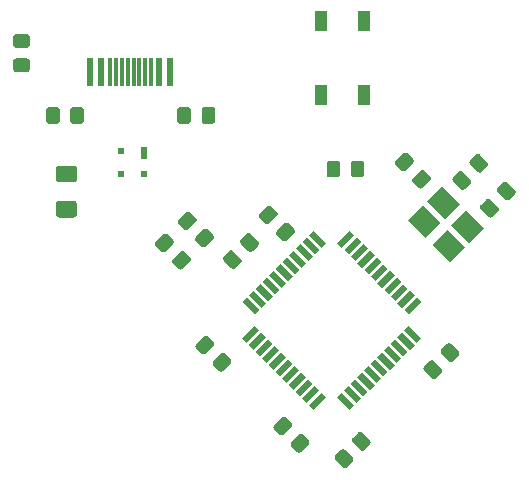
<source format=gbr>
G04 #@! TF.GenerationSoftware,KiCad,Pcbnew,(5.1.5)-3*
G04 #@! TF.CreationDate,2021-05-08T00:02:10-05:00*
G04 #@! TF.ProjectId,MacroPad,4d616372-6f50-4616-942e-6b696361645f,rev?*
G04 #@! TF.SameCoordinates,Original*
G04 #@! TF.FileFunction,Paste,Bot*
G04 #@! TF.FilePolarity,Positive*
%FSLAX46Y46*%
G04 Gerber Fmt 4.6, Leading zero omitted, Abs format (unit mm)*
G04 Created by KiCad (PCBNEW (5.1.5)-3) date 2021-05-08 00:02:10*
%MOMM*%
%LPD*%
G04 APERTURE LIST*
%ADD10C,0.100000*%
%ADD11R,0.600000X2.450000*%
%ADD12R,0.300000X2.450000*%
%ADD13R,0.600000X0.600000*%
%ADD14R,0.600000X1.000000*%
%ADD15R,1.100000X1.800000*%
G04 APERTURE END LIST*
D10*
G36*
X117695505Y-50471204D02*
G01*
X117719773Y-50474804D01*
X117743572Y-50480765D01*
X117766671Y-50489030D01*
X117788850Y-50499520D01*
X117809893Y-50512132D01*
X117829599Y-50526747D01*
X117847777Y-50543223D01*
X117864253Y-50561401D01*
X117878868Y-50581107D01*
X117891480Y-50602150D01*
X117901970Y-50624329D01*
X117910235Y-50647428D01*
X117916196Y-50671227D01*
X117919796Y-50695495D01*
X117921000Y-50719999D01*
X117921000Y-51370001D01*
X117919796Y-51394505D01*
X117916196Y-51418773D01*
X117910235Y-51442572D01*
X117901970Y-51465671D01*
X117891480Y-51487850D01*
X117878868Y-51508893D01*
X117864253Y-51528599D01*
X117847777Y-51546777D01*
X117829599Y-51563253D01*
X117809893Y-51577868D01*
X117788850Y-51590480D01*
X117766671Y-51600970D01*
X117743572Y-51609235D01*
X117719773Y-51615196D01*
X117695505Y-51618796D01*
X117671001Y-51620000D01*
X116770999Y-51620000D01*
X116746495Y-51618796D01*
X116722227Y-51615196D01*
X116698428Y-51609235D01*
X116675329Y-51600970D01*
X116653150Y-51590480D01*
X116632107Y-51577868D01*
X116612401Y-51563253D01*
X116594223Y-51546777D01*
X116577747Y-51528599D01*
X116563132Y-51508893D01*
X116550520Y-51487850D01*
X116540030Y-51465671D01*
X116531765Y-51442572D01*
X116525804Y-51418773D01*
X116522204Y-51394505D01*
X116521000Y-51370001D01*
X116521000Y-50719999D01*
X116522204Y-50695495D01*
X116525804Y-50671227D01*
X116531765Y-50647428D01*
X116540030Y-50624329D01*
X116550520Y-50602150D01*
X116563132Y-50581107D01*
X116577747Y-50561401D01*
X116594223Y-50543223D01*
X116612401Y-50526747D01*
X116632107Y-50512132D01*
X116653150Y-50499520D01*
X116675329Y-50489030D01*
X116698428Y-50480765D01*
X116722227Y-50474804D01*
X116746495Y-50471204D01*
X116770999Y-50470000D01*
X117671001Y-50470000D01*
X117695505Y-50471204D01*
G37*
G36*
X117695505Y-52521204D02*
G01*
X117719773Y-52524804D01*
X117743572Y-52530765D01*
X117766671Y-52539030D01*
X117788850Y-52549520D01*
X117809893Y-52562132D01*
X117829599Y-52576747D01*
X117847777Y-52593223D01*
X117864253Y-52611401D01*
X117878868Y-52631107D01*
X117891480Y-52652150D01*
X117901970Y-52674329D01*
X117910235Y-52697428D01*
X117916196Y-52721227D01*
X117919796Y-52745495D01*
X117921000Y-52769999D01*
X117921000Y-53420001D01*
X117919796Y-53444505D01*
X117916196Y-53468773D01*
X117910235Y-53492572D01*
X117901970Y-53515671D01*
X117891480Y-53537850D01*
X117878868Y-53558893D01*
X117864253Y-53578599D01*
X117847777Y-53596777D01*
X117829599Y-53613253D01*
X117809893Y-53627868D01*
X117788850Y-53640480D01*
X117766671Y-53650970D01*
X117743572Y-53659235D01*
X117719773Y-53665196D01*
X117695505Y-53668796D01*
X117671001Y-53670000D01*
X116770999Y-53670000D01*
X116746495Y-53668796D01*
X116722227Y-53665196D01*
X116698428Y-53659235D01*
X116675329Y-53650970D01*
X116653150Y-53640480D01*
X116632107Y-53627868D01*
X116612401Y-53613253D01*
X116594223Y-53596777D01*
X116577747Y-53578599D01*
X116563132Y-53558893D01*
X116550520Y-53537850D01*
X116540030Y-53515671D01*
X116531765Y-53492572D01*
X116525804Y-53468773D01*
X116522204Y-53444505D01*
X116521000Y-53420001D01*
X116521000Y-52769999D01*
X116522204Y-52745495D01*
X116525804Y-52721227D01*
X116531765Y-52697428D01*
X116540030Y-52674329D01*
X116550520Y-52652150D01*
X116563132Y-52631107D01*
X116577747Y-52611401D01*
X116594223Y-52593223D01*
X116612401Y-52576747D01*
X116632107Y-52562132D01*
X116653150Y-52549520D01*
X116675329Y-52539030D01*
X116698428Y-52530765D01*
X116722227Y-52524804D01*
X116746495Y-52521204D01*
X116770999Y-52520000D01*
X117671001Y-52520000D01*
X117695505Y-52521204D01*
G37*
D11*
X129794000Y-53625750D03*
X123063000Y-53625750D03*
X128905000Y-53625750D03*
X123952000Y-53625750D03*
D12*
X124710250Y-53629250D03*
X128210250Y-53629250D03*
X125210250Y-53629250D03*
X127710250Y-53629250D03*
X125710250Y-53629250D03*
X127210250Y-53629250D03*
X126710250Y-53629250D03*
X126210250Y-53629250D03*
D10*
G36*
X156363119Y-66873682D02*
G01*
X155090327Y-68146474D01*
X153605403Y-66661550D01*
X154878195Y-65388758D01*
X156363119Y-66873682D01*
G37*
G36*
X154312509Y-64823072D02*
G01*
X153039717Y-66095864D01*
X151554793Y-64610940D01*
X152827585Y-63338148D01*
X154312509Y-64823072D01*
G37*
G36*
X152686163Y-66449418D02*
G01*
X151413371Y-67722210D01*
X149928447Y-66237286D01*
X151201239Y-64964494D01*
X152686163Y-66449418D01*
G37*
G36*
X154736773Y-68500028D02*
G01*
X153463981Y-69772820D01*
X151979057Y-68287896D01*
X153251849Y-67015104D01*
X154736773Y-68500028D01*
G37*
D13*
X125669000Y-60359250D03*
X125669000Y-62259250D03*
X127569000Y-62259250D03*
D14*
X127569000Y-60559250D03*
D10*
G36*
X135904763Y-73131292D02*
G01*
X136293671Y-72742384D01*
X137354331Y-73803044D01*
X136965423Y-74191952D01*
X135904763Y-73131292D01*
G37*
G36*
X136470449Y-72565607D02*
G01*
X136859357Y-72176699D01*
X137920017Y-73237359D01*
X137531109Y-73626267D01*
X136470449Y-72565607D01*
G37*
G36*
X137036134Y-71999922D02*
G01*
X137425042Y-71611014D01*
X138485702Y-72671674D01*
X138096794Y-73060582D01*
X137036134Y-71999922D01*
G37*
G36*
X137601819Y-71434236D02*
G01*
X137990727Y-71045328D01*
X139051387Y-72105988D01*
X138662479Y-72494896D01*
X137601819Y-71434236D01*
G37*
G36*
X138167505Y-70868551D02*
G01*
X138556413Y-70479643D01*
X139617073Y-71540303D01*
X139228165Y-71929211D01*
X138167505Y-70868551D01*
G37*
G36*
X138733190Y-70302865D02*
G01*
X139122098Y-69913957D01*
X140182758Y-70974617D01*
X139793850Y-71363525D01*
X138733190Y-70302865D01*
G37*
G36*
X139298876Y-69737180D02*
G01*
X139687784Y-69348272D01*
X140748444Y-70408932D01*
X140359536Y-70797840D01*
X139298876Y-69737180D01*
G37*
G36*
X139864561Y-69171494D02*
G01*
X140253469Y-68782586D01*
X141314129Y-69843246D01*
X140925221Y-70232154D01*
X139864561Y-69171494D01*
G37*
G36*
X140430247Y-68605809D02*
G01*
X140819155Y-68216901D01*
X141879815Y-69277561D01*
X141490907Y-69666469D01*
X140430247Y-68605809D01*
G37*
G36*
X140995932Y-68040124D02*
G01*
X141384840Y-67651216D01*
X142445500Y-68711876D01*
X142056592Y-69100784D01*
X140995932Y-68040124D01*
G37*
G36*
X141561617Y-67474438D02*
G01*
X141950525Y-67085530D01*
X143011185Y-68146190D01*
X142622277Y-68535098D01*
X141561617Y-67474438D01*
G37*
G36*
X145026441Y-67085530D02*
G01*
X145415349Y-67474438D01*
X144354689Y-68535098D01*
X143965781Y-68146190D01*
X145026441Y-67085530D01*
G37*
G36*
X145592126Y-67651216D02*
G01*
X145981034Y-68040124D01*
X144920374Y-69100784D01*
X144531466Y-68711876D01*
X145592126Y-67651216D01*
G37*
G36*
X146157811Y-68216901D02*
G01*
X146546719Y-68605809D01*
X145486059Y-69666469D01*
X145097151Y-69277561D01*
X146157811Y-68216901D01*
G37*
G36*
X146723497Y-68782586D02*
G01*
X147112405Y-69171494D01*
X146051745Y-70232154D01*
X145662837Y-69843246D01*
X146723497Y-68782586D01*
G37*
G36*
X147289182Y-69348272D02*
G01*
X147678090Y-69737180D01*
X146617430Y-70797840D01*
X146228522Y-70408932D01*
X147289182Y-69348272D01*
G37*
G36*
X147854868Y-69913957D02*
G01*
X148243776Y-70302865D01*
X147183116Y-71363525D01*
X146794208Y-70974617D01*
X147854868Y-69913957D01*
G37*
G36*
X148420553Y-70479643D02*
G01*
X148809461Y-70868551D01*
X147748801Y-71929211D01*
X147359893Y-71540303D01*
X148420553Y-70479643D01*
G37*
G36*
X148986239Y-71045328D02*
G01*
X149375147Y-71434236D01*
X148314487Y-72494896D01*
X147925579Y-72105988D01*
X148986239Y-71045328D01*
G37*
G36*
X149551924Y-71611014D02*
G01*
X149940832Y-71999922D01*
X148880172Y-73060582D01*
X148491264Y-72671674D01*
X149551924Y-71611014D01*
G37*
G36*
X150117609Y-72176699D02*
G01*
X150506517Y-72565607D01*
X149445857Y-73626267D01*
X149056949Y-73237359D01*
X150117609Y-72176699D01*
G37*
G36*
X150683295Y-72742384D02*
G01*
X151072203Y-73131292D01*
X150011543Y-74191952D01*
X149622635Y-73803044D01*
X150683295Y-72742384D01*
G37*
G36*
X149622635Y-75535456D02*
G01*
X150011543Y-75146548D01*
X151072203Y-76207208D01*
X150683295Y-76596116D01*
X149622635Y-75535456D01*
G37*
G36*
X149056949Y-76101141D02*
G01*
X149445857Y-75712233D01*
X150506517Y-76772893D01*
X150117609Y-77161801D01*
X149056949Y-76101141D01*
G37*
G36*
X148491264Y-76666826D02*
G01*
X148880172Y-76277918D01*
X149940832Y-77338578D01*
X149551924Y-77727486D01*
X148491264Y-76666826D01*
G37*
G36*
X147925579Y-77232512D02*
G01*
X148314487Y-76843604D01*
X149375147Y-77904264D01*
X148986239Y-78293172D01*
X147925579Y-77232512D01*
G37*
G36*
X147359893Y-77798197D02*
G01*
X147748801Y-77409289D01*
X148809461Y-78469949D01*
X148420553Y-78858857D01*
X147359893Y-77798197D01*
G37*
G36*
X146794208Y-78363883D02*
G01*
X147183116Y-77974975D01*
X148243776Y-79035635D01*
X147854868Y-79424543D01*
X146794208Y-78363883D01*
G37*
G36*
X146228522Y-78929568D02*
G01*
X146617430Y-78540660D01*
X147678090Y-79601320D01*
X147289182Y-79990228D01*
X146228522Y-78929568D01*
G37*
G36*
X145662837Y-79495254D02*
G01*
X146051745Y-79106346D01*
X147112405Y-80167006D01*
X146723497Y-80555914D01*
X145662837Y-79495254D01*
G37*
G36*
X145097151Y-80060939D02*
G01*
X145486059Y-79672031D01*
X146546719Y-80732691D01*
X146157811Y-81121599D01*
X145097151Y-80060939D01*
G37*
G36*
X144531466Y-80626624D02*
G01*
X144920374Y-80237716D01*
X145981034Y-81298376D01*
X145592126Y-81687284D01*
X144531466Y-80626624D01*
G37*
G36*
X143965781Y-81192310D02*
G01*
X144354689Y-80803402D01*
X145415349Y-81864062D01*
X145026441Y-82252970D01*
X143965781Y-81192310D01*
G37*
G36*
X142622277Y-80803402D02*
G01*
X143011185Y-81192310D01*
X141950525Y-82252970D01*
X141561617Y-81864062D01*
X142622277Y-80803402D01*
G37*
G36*
X142056592Y-80237716D02*
G01*
X142445500Y-80626624D01*
X141384840Y-81687284D01*
X140995932Y-81298376D01*
X142056592Y-80237716D01*
G37*
G36*
X141490907Y-79672031D02*
G01*
X141879815Y-80060939D01*
X140819155Y-81121599D01*
X140430247Y-80732691D01*
X141490907Y-79672031D01*
G37*
G36*
X140925221Y-79106346D02*
G01*
X141314129Y-79495254D01*
X140253469Y-80555914D01*
X139864561Y-80167006D01*
X140925221Y-79106346D01*
G37*
G36*
X140359536Y-78540660D02*
G01*
X140748444Y-78929568D01*
X139687784Y-79990228D01*
X139298876Y-79601320D01*
X140359536Y-78540660D01*
G37*
G36*
X139793850Y-77974975D02*
G01*
X140182758Y-78363883D01*
X139122098Y-79424543D01*
X138733190Y-79035635D01*
X139793850Y-77974975D01*
G37*
G36*
X139228165Y-77409289D02*
G01*
X139617073Y-77798197D01*
X138556413Y-78858857D01*
X138167505Y-78469949D01*
X139228165Y-77409289D01*
G37*
G36*
X138662479Y-76843604D02*
G01*
X139051387Y-77232512D01*
X137990727Y-78293172D01*
X137601819Y-77904264D01*
X138662479Y-76843604D01*
G37*
G36*
X138096794Y-76277918D02*
G01*
X138485702Y-76666826D01*
X137425042Y-77727486D01*
X137036134Y-77338578D01*
X138096794Y-76277918D01*
G37*
G36*
X137531109Y-75712233D02*
G01*
X137920017Y-76101141D01*
X136859357Y-77161801D01*
X136470449Y-76772893D01*
X137531109Y-75712233D01*
G37*
G36*
X136965423Y-75146548D02*
G01*
X137354331Y-75535456D01*
X136293671Y-76596116D01*
X135904763Y-76207208D01*
X136965423Y-75146548D01*
G37*
D15*
X146249000Y-55582750D03*
X146249000Y-49382750D03*
X142549000Y-55582750D03*
X142549000Y-49382750D03*
D10*
G36*
X145911684Y-84145378D02*
G01*
X145935952Y-84148978D01*
X145959751Y-84154939D01*
X145982850Y-84163204D01*
X146005029Y-84173694D01*
X146026072Y-84186306D01*
X146045778Y-84200921D01*
X146063956Y-84217397D01*
X146700353Y-84853794D01*
X146716829Y-84871972D01*
X146731444Y-84891678D01*
X146744056Y-84912721D01*
X146754546Y-84934900D01*
X146762811Y-84957999D01*
X146768772Y-84981798D01*
X146772372Y-85006066D01*
X146773576Y-85030570D01*
X146772372Y-85055074D01*
X146768772Y-85079342D01*
X146762811Y-85103141D01*
X146754546Y-85126240D01*
X146744056Y-85148419D01*
X146731444Y-85169462D01*
X146716829Y-85189168D01*
X146700353Y-85207346D01*
X146240732Y-85666967D01*
X146222554Y-85683443D01*
X146202848Y-85698058D01*
X146181805Y-85710670D01*
X146159626Y-85721160D01*
X146136527Y-85729425D01*
X146112728Y-85735386D01*
X146088460Y-85738986D01*
X146063956Y-85740190D01*
X146039452Y-85738986D01*
X146015184Y-85735386D01*
X145991385Y-85729425D01*
X145968286Y-85721160D01*
X145946107Y-85710670D01*
X145925064Y-85698058D01*
X145905358Y-85683443D01*
X145887180Y-85666967D01*
X145250783Y-85030570D01*
X145234307Y-85012392D01*
X145219692Y-84992686D01*
X145207080Y-84971643D01*
X145196590Y-84949464D01*
X145188325Y-84926365D01*
X145182364Y-84902566D01*
X145178764Y-84878298D01*
X145177560Y-84853794D01*
X145178764Y-84829290D01*
X145182364Y-84805022D01*
X145188325Y-84781223D01*
X145196590Y-84758124D01*
X145207080Y-84735945D01*
X145219692Y-84714902D01*
X145234307Y-84695196D01*
X145250783Y-84677018D01*
X145710404Y-84217397D01*
X145728582Y-84200921D01*
X145748288Y-84186306D01*
X145769331Y-84173694D01*
X145791510Y-84163204D01*
X145814609Y-84154939D01*
X145838408Y-84148978D01*
X145862676Y-84145378D01*
X145887180Y-84144174D01*
X145911684Y-84145378D01*
G37*
G36*
X144462116Y-85594946D02*
G01*
X144486384Y-85598546D01*
X144510183Y-85604507D01*
X144533282Y-85612772D01*
X144555461Y-85623262D01*
X144576504Y-85635874D01*
X144596210Y-85650489D01*
X144614388Y-85666965D01*
X145250785Y-86303362D01*
X145267261Y-86321540D01*
X145281876Y-86341246D01*
X145294488Y-86362289D01*
X145304978Y-86384468D01*
X145313243Y-86407567D01*
X145319204Y-86431366D01*
X145322804Y-86455634D01*
X145324008Y-86480138D01*
X145322804Y-86504642D01*
X145319204Y-86528910D01*
X145313243Y-86552709D01*
X145304978Y-86575808D01*
X145294488Y-86597987D01*
X145281876Y-86619030D01*
X145267261Y-86638736D01*
X145250785Y-86656914D01*
X144791164Y-87116535D01*
X144772986Y-87133011D01*
X144753280Y-87147626D01*
X144732237Y-87160238D01*
X144710058Y-87170728D01*
X144686959Y-87178993D01*
X144663160Y-87184954D01*
X144638892Y-87188554D01*
X144614388Y-87189758D01*
X144589884Y-87188554D01*
X144565616Y-87184954D01*
X144541817Y-87178993D01*
X144518718Y-87170728D01*
X144496539Y-87160238D01*
X144475496Y-87147626D01*
X144455790Y-87133011D01*
X144437612Y-87116535D01*
X143801215Y-86480138D01*
X143784739Y-86461960D01*
X143770124Y-86442254D01*
X143757512Y-86421211D01*
X143747022Y-86399032D01*
X143738757Y-86375933D01*
X143732796Y-86352134D01*
X143729196Y-86327866D01*
X143727992Y-86303362D01*
X143729196Y-86278858D01*
X143732796Y-86254590D01*
X143738757Y-86230791D01*
X143747022Y-86207692D01*
X143757512Y-86185513D01*
X143770124Y-86164470D01*
X143784739Y-86144764D01*
X143801215Y-86126586D01*
X144260836Y-85666965D01*
X144279014Y-85650489D01*
X144298720Y-85635874D01*
X144319763Y-85623262D01*
X144341942Y-85612772D01*
X144365041Y-85604507D01*
X144388840Y-85598546D01*
X144413108Y-85594946D01*
X144437612Y-85593742D01*
X144462116Y-85594946D01*
G37*
G36*
X146027505Y-61181954D02*
G01*
X146051773Y-61185554D01*
X146075572Y-61191515D01*
X146098671Y-61199780D01*
X146120850Y-61210270D01*
X146141893Y-61222882D01*
X146161599Y-61237497D01*
X146179777Y-61253973D01*
X146196253Y-61272151D01*
X146210868Y-61291857D01*
X146223480Y-61312900D01*
X146233970Y-61335079D01*
X146242235Y-61358178D01*
X146248196Y-61381977D01*
X146251796Y-61406245D01*
X146253000Y-61430749D01*
X146253000Y-62330751D01*
X146251796Y-62355255D01*
X146248196Y-62379523D01*
X146242235Y-62403322D01*
X146233970Y-62426421D01*
X146223480Y-62448600D01*
X146210868Y-62469643D01*
X146196253Y-62489349D01*
X146179777Y-62507527D01*
X146161599Y-62524003D01*
X146141893Y-62538618D01*
X146120850Y-62551230D01*
X146098671Y-62561720D01*
X146075572Y-62569985D01*
X146051773Y-62575946D01*
X146027505Y-62579546D01*
X146003001Y-62580750D01*
X145352999Y-62580750D01*
X145328495Y-62579546D01*
X145304227Y-62575946D01*
X145280428Y-62569985D01*
X145257329Y-62561720D01*
X145235150Y-62551230D01*
X145214107Y-62538618D01*
X145194401Y-62524003D01*
X145176223Y-62507527D01*
X145159747Y-62489349D01*
X145145132Y-62469643D01*
X145132520Y-62448600D01*
X145122030Y-62426421D01*
X145113765Y-62403322D01*
X145107804Y-62379523D01*
X145104204Y-62355255D01*
X145103000Y-62330751D01*
X145103000Y-61430749D01*
X145104204Y-61406245D01*
X145107804Y-61381977D01*
X145113765Y-61358178D01*
X145122030Y-61335079D01*
X145132520Y-61312900D01*
X145145132Y-61291857D01*
X145159747Y-61272151D01*
X145176223Y-61253973D01*
X145194401Y-61237497D01*
X145214107Y-61222882D01*
X145235150Y-61210270D01*
X145257329Y-61199780D01*
X145280428Y-61191515D01*
X145304227Y-61185554D01*
X145328495Y-61181954D01*
X145352999Y-61180750D01*
X146003001Y-61180750D01*
X146027505Y-61181954D01*
G37*
G36*
X143977505Y-61181954D02*
G01*
X144001773Y-61185554D01*
X144025572Y-61191515D01*
X144048671Y-61199780D01*
X144070850Y-61210270D01*
X144091893Y-61222882D01*
X144111599Y-61237497D01*
X144129777Y-61253973D01*
X144146253Y-61272151D01*
X144160868Y-61291857D01*
X144173480Y-61312900D01*
X144183970Y-61335079D01*
X144192235Y-61358178D01*
X144198196Y-61381977D01*
X144201796Y-61406245D01*
X144203000Y-61430749D01*
X144203000Y-62330751D01*
X144201796Y-62355255D01*
X144198196Y-62379523D01*
X144192235Y-62403322D01*
X144183970Y-62426421D01*
X144173480Y-62448600D01*
X144160868Y-62469643D01*
X144146253Y-62489349D01*
X144129777Y-62507527D01*
X144111599Y-62524003D01*
X144091893Y-62538618D01*
X144070850Y-62551230D01*
X144048671Y-62561720D01*
X144025572Y-62569985D01*
X144001773Y-62575946D01*
X143977505Y-62579546D01*
X143953001Y-62580750D01*
X143302999Y-62580750D01*
X143278495Y-62579546D01*
X143254227Y-62575946D01*
X143230428Y-62569985D01*
X143207329Y-62561720D01*
X143185150Y-62551230D01*
X143164107Y-62538618D01*
X143144401Y-62524003D01*
X143126223Y-62507527D01*
X143109747Y-62489349D01*
X143095132Y-62469643D01*
X143082520Y-62448600D01*
X143072030Y-62426421D01*
X143063765Y-62403322D01*
X143057804Y-62379523D01*
X143054204Y-62355255D01*
X143053000Y-62330751D01*
X143053000Y-61430749D01*
X143054204Y-61406245D01*
X143057804Y-61381977D01*
X143063765Y-61358178D01*
X143072030Y-61335079D01*
X143082520Y-61312900D01*
X143095132Y-61291857D01*
X143109747Y-61272151D01*
X143126223Y-61253973D01*
X143144401Y-61237497D01*
X143164107Y-61222882D01*
X143185150Y-61210270D01*
X143207329Y-61199780D01*
X143230428Y-61191515D01*
X143254227Y-61185554D01*
X143278495Y-61181954D01*
X143302999Y-61180750D01*
X143953001Y-61180750D01*
X143977505Y-61181954D01*
G37*
G36*
X131378324Y-65476378D02*
G01*
X131402592Y-65479978D01*
X131426391Y-65485939D01*
X131449490Y-65494204D01*
X131471669Y-65504694D01*
X131492712Y-65517306D01*
X131512418Y-65531921D01*
X131530596Y-65548397D01*
X131990217Y-66008018D01*
X132006693Y-66026196D01*
X132021308Y-66045902D01*
X132033920Y-66066945D01*
X132044410Y-66089124D01*
X132052675Y-66112223D01*
X132058636Y-66136022D01*
X132062236Y-66160290D01*
X132063440Y-66184794D01*
X132062236Y-66209298D01*
X132058636Y-66233566D01*
X132052675Y-66257365D01*
X132044410Y-66280464D01*
X132033920Y-66302643D01*
X132021308Y-66323686D01*
X132006693Y-66343392D01*
X131990217Y-66361570D01*
X131353820Y-66997967D01*
X131335642Y-67014443D01*
X131315936Y-67029058D01*
X131294893Y-67041670D01*
X131272714Y-67052160D01*
X131249615Y-67060425D01*
X131225816Y-67066386D01*
X131201548Y-67069986D01*
X131177044Y-67071190D01*
X131152540Y-67069986D01*
X131128272Y-67066386D01*
X131104473Y-67060425D01*
X131081374Y-67052160D01*
X131059195Y-67041670D01*
X131038152Y-67029058D01*
X131018446Y-67014443D01*
X131000268Y-66997967D01*
X130540647Y-66538346D01*
X130524171Y-66520168D01*
X130509556Y-66500462D01*
X130496944Y-66479419D01*
X130486454Y-66457240D01*
X130478189Y-66434141D01*
X130472228Y-66410342D01*
X130468628Y-66386074D01*
X130467424Y-66361570D01*
X130468628Y-66337066D01*
X130472228Y-66312798D01*
X130478189Y-66288999D01*
X130486454Y-66265900D01*
X130496944Y-66243721D01*
X130509556Y-66222678D01*
X130524171Y-66202972D01*
X130540647Y-66184794D01*
X131177044Y-65548397D01*
X131195222Y-65531921D01*
X131214928Y-65517306D01*
X131235971Y-65504694D01*
X131258150Y-65494204D01*
X131281249Y-65485939D01*
X131305048Y-65479978D01*
X131329316Y-65476378D01*
X131353820Y-65475174D01*
X131378324Y-65476378D01*
G37*
G36*
X132827892Y-66925946D02*
G01*
X132852160Y-66929546D01*
X132875959Y-66935507D01*
X132899058Y-66943772D01*
X132921237Y-66954262D01*
X132942280Y-66966874D01*
X132961986Y-66981489D01*
X132980164Y-66997965D01*
X133439785Y-67457586D01*
X133456261Y-67475764D01*
X133470876Y-67495470D01*
X133483488Y-67516513D01*
X133493978Y-67538692D01*
X133502243Y-67561791D01*
X133508204Y-67585590D01*
X133511804Y-67609858D01*
X133513008Y-67634362D01*
X133511804Y-67658866D01*
X133508204Y-67683134D01*
X133502243Y-67706933D01*
X133493978Y-67730032D01*
X133483488Y-67752211D01*
X133470876Y-67773254D01*
X133456261Y-67792960D01*
X133439785Y-67811138D01*
X132803388Y-68447535D01*
X132785210Y-68464011D01*
X132765504Y-68478626D01*
X132744461Y-68491238D01*
X132722282Y-68501728D01*
X132699183Y-68509993D01*
X132675384Y-68515954D01*
X132651116Y-68519554D01*
X132626612Y-68520758D01*
X132602108Y-68519554D01*
X132577840Y-68515954D01*
X132554041Y-68509993D01*
X132530942Y-68501728D01*
X132508763Y-68491238D01*
X132487720Y-68478626D01*
X132468014Y-68464011D01*
X132449836Y-68447535D01*
X131990215Y-67987914D01*
X131973739Y-67969736D01*
X131959124Y-67950030D01*
X131946512Y-67928987D01*
X131936022Y-67906808D01*
X131927757Y-67883709D01*
X131921796Y-67859910D01*
X131918196Y-67835642D01*
X131916992Y-67811138D01*
X131918196Y-67786634D01*
X131921796Y-67762366D01*
X131927757Y-67738567D01*
X131936022Y-67715468D01*
X131946512Y-67693289D01*
X131959124Y-67672246D01*
X131973739Y-67652540D01*
X131990215Y-67634362D01*
X132626612Y-66997965D01*
X132644790Y-66981489D01*
X132664496Y-66966874D01*
X132685539Y-66954262D01*
X132707718Y-66943772D01*
X132730817Y-66935507D01*
X132754616Y-66929546D01*
X132778884Y-66925946D01*
X132803388Y-66924742D01*
X132827892Y-66925946D01*
G37*
G36*
X129436108Y-67344162D02*
G01*
X129460376Y-67347762D01*
X129484175Y-67353723D01*
X129507274Y-67361988D01*
X129529453Y-67372478D01*
X129550496Y-67385090D01*
X129570202Y-67399705D01*
X129588380Y-67416181D01*
X130048001Y-67875802D01*
X130064477Y-67893980D01*
X130079092Y-67913686D01*
X130091704Y-67934729D01*
X130102194Y-67956908D01*
X130110459Y-67980007D01*
X130116420Y-68003806D01*
X130120020Y-68028074D01*
X130121224Y-68052578D01*
X130120020Y-68077082D01*
X130116420Y-68101350D01*
X130110459Y-68125149D01*
X130102194Y-68148248D01*
X130091704Y-68170427D01*
X130079092Y-68191470D01*
X130064477Y-68211176D01*
X130048001Y-68229354D01*
X129411604Y-68865751D01*
X129393426Y-68882227D01*
X129373720Y-68896842D01*
X129352677Y-68909454D01*
X129330498Y-68919944D01*
X129307399Y-68928209D01*
X129283600Y-68934170D01*
X129259332Y-68937770D01*
X129234828Y-68938974D01*
X129210324Y-68937770D01*
X129186056Y-68934170D01*
X129162257Y-68928209D01*
X129139158Y-68919944D01*
X129116979Y-68909454D01*
X129095936Y-68896842D01*
X129076230Y-68882227D01*
X129058052Y-68865751D01*
X128598431Y-68406130D01*
X128581955Y-68387952D01*
X128567340Y-68368246D01*
X128554728Y-68347203D01*
X128544238Y-68325024D01*
X128535973Y-68301925D01*
X128530012Y-68278126D01*
X128526412Y-68253858D01*
X128525208Y-68229354D01*
X128526412Y-68204850D01*
X128530012Y-68180582D01*
X128535973Y-68156783D01*
X128544238Y-68133684D01*
X128554728Y-68111505D01*
X128567340Y-68090462D01*
X128581955Y-68070756D01*
X128598431Y-68052578D01*
X129234828Y-67416181D01*
X129253006Y-67399705D01*
X129272712Y-67385090D01*
X129293755Y-67372478D01*
X129315934Y-67361988D01*
X129339033Y-67353723D01*
X129362832Y-67347762D01*
X129387100Y-67344162D01*
X129411604Y-67342958D01*
X129436108Y-67344162D01*
G37*
G36*
X130885676Y-68793730D02*
G01*
X130909944Y-68797330D01*
X130933743Y-68803291D01*
X130956842Y-68811556D01*
X130979021Y-68822046D01*
X131000064Y-68834658D01*
X131019770Y-68849273D01*
X131037948Y-68865749D01*
X131497569Y-69325370D01*
X131514045Y-69343548D01*
X131528660Y-69363254D01*
X131541272Y-69384297D01*
X131551762Y-69406476D01*
X131560027Y-69429575D01*
X131565988Y-69453374D01*
X131569588Y-69477642D01*
X131570792Y-69502146D01*
X131569588Y-69526650D01*
X131565988Y-69550918D01*
X131560027Y-69574717D01*
X131551762Y-69597816D01*
X131541272Y-69619995D01*
X131528660Y-69641038D01*
X131514045Y-69660744D01*
X131497569Y-69678922D01*
X130861172Y-70315319D01*
X130842994Y-70331795D01*
X130823288Y-70346410D01*
X130802245Y-70359022D01*
X130780066Y-70369512D01*
X130756967Y-70377777D01*
X130733168Y-70383738D01*
X130708900Y-70387338D01*
X130684396Y-70388542D01*
X130659892Y-70387338D01*
X130635624Y-70383738D01*
X130611825Y-70377777D01*
X130588726Y-70369512D01*
X130566547Y-70359022D01*
X130545504Y-70346410D01*
X130525798Y-70331795D01*
X130507620Y-70315319D01*
X130047999Y-69855698D01*
X130031523Y-69837520D01*
X130016908Y-69817814D01*
X130004296Y-69796771D01*
X129993806Y-69774592D01*
X129985541Y-69751493D01*
X129979580Y-69727694D01*
X129975980Y-69703426D01*
X129974776Y-69678922D01*
X129975980Y-69654418D01*
X129979580Y-69630150D01*
X129985541Y-69606351D01*
X129993806Y-69583252D01*
X130004296Y-69561073D01*
X130016908Y-69540030D01*
X130031523Y-69520324D01*
X130047999Y-69502146D01*
X130684396Y-68865749D01*
X130702574Y-68849273D01*
X130722280Y-68834658D01*
X130743323Y-68822046D01*
X130765502Y-68811556D01*
X130788601Y-68803291D01*
X130812400Y-68797330D01*
X130836668Y-68793730D01*
X130861172Y-68792526D01*
X130885676Y-68793730D01*
G37*
G36*
X120228505Y-56641704D02*
G01*
X120252773Y-56645304D01*
X120276572Y-56651265D01*
X120299671Y-56659530D01*
X120321850Y-56670020D01*
X120342893Y-56682632D01*
X120362599Y-56697247D01*
X120380777Y-56713723D01*
X120397253Y-56731901D01*
X120411868Y-56751607D01*
X120424480Y-56772650D01*
X120434970Y-56794829D01*
X120443235Y-56817928D01*
X120449196Y-56841727D01*
X120452796Y-56865995D01*
X120454000Y-56890499D01*
X120454000Y-57790501D01*
X120452796Y-57815005D01*
X120449196Y-57839273D01*
X120443235Y-57863072D01*
X120434970Y-57886171D01*
X120424480Y-57908350D01*
X120411868Y-57929393D01*
X120397253Y-57949099D01*
X120380777Y-57967277D01*
X120362599Y-57983753D01*
X120342893Y-57998368D01*
X120321850Y-58010980D01*
X120299671Y-58021470D01*
X120276572Y-58029735D01*
X120252773Y-58035696D01*
X120228505Y-58039296D01*
X120204001Y-58040500D01*
X119553999Y-58040500D01*
X119529495Y-58039296D01*
X119505227Y-58035696D01*
X119481428Y-58029735D01*
X119458329Y-58021470D01*
X119436150Y-58010980D01*
X119415107Y-57998368D01*
X119395401Y-57983753D01*
X119377223Y-57967277D01*
X119360747Y-57949099D01*
X119346132Y-57929393D01*
X119333520Y-57908350D01*
X119323030Y-57886171D01*
X119314765Y-57863072D01*
X119308804Y-57839273D01*
X119305204Y-57815005D01*
X119304000Y-57790501D01*
X119304000Y-56890499D01*
X119305204Y-56865995D01*
X119308804Y-56841727D01*
X119314765Y-56817928D01*
X119323030Y-56794829D01*
X119333520Y-56772650D01*
X119346132Y-56751607D01*
X119360747Y-56731901D01*
X119377223Y-56713723D01*
X119395401Y-56697247D01*
X119415107Y-56682632D01*
X119436150Y-56670020D01*
X119458329Y-56659530D01*
X119481428Y-56651265D01*
X119505227Y-56645304D01*
X119529495Y-56641704D01*
X119553999Y-56640500D01*
X120204001Y-56640500D01*
X120228505Y-56641704D01*
G37*
G36*
X122278505Y-56641704D02*
G01*
X122302773Y-56645304D01*
X122326572Y-56651265D01*
X122349671Y-56659530D01*
X122371850Y-56670020D01*
X122392893Y-56682632D01*
X122412599Y-56697247D01*
X122430777Y-56713723D01*
X122447253Y-56731901D01*
X122461868Y-56751607D01*
X122474480Y-56772650D01*
X122484970Y-56794829D01*
X122493235Y-56817928D01*
X122499196Y-56841727D01*
X122502796Y-56865995D01*
X122504000Y-56890499D01*
X122504000Y-57790501D01*
X122502796Y-57815005D01*
X122499196Y-57839273D01*
X122493235Y-57863072D01*
X122484970Y-57886171D01*
X122474480Y-57908350D01*
X122461868Y-57929393D01*
X122447253Y-57949099D01*
X122430777Y-57967277D01*
X122412599Y-57983753D01*
X122392893Y-57998368D01*
X122371850Y-58010980D01*
X122349671Y-58021470D01*
X122326572Y-58029735D01*
X122302773Y-58035696D01*
X122278505Y-58039296D01*
X122254001Y-58040500D01*
X121603999Y-58040500D01*
X121579495Y-58039296D01*
X121555227Y-58035696D01*
X121531428Y-58029735D01*
X121508329Y-58021470D01*
X121486150Y-58010980D01*
X121465107Y-57998368D01*
X121445401Y-57983753D01*
X121427223Y-57967277D01*
X121410747Y-57949099D01*
X121396132Y-57929393D01*
X121383520Y-57908350D01*
X121373030Y-57886171D01*
X121364765Y-57863072D01*
X121358804Y-57839273D01*
X121355204Y-57815005D01*
X121354000Y-57790501D01*
X121354000Y-56890499D01*
X121355204Y-56865995D01*
X121358804Y-56841727D01*
X121364765Y-56817928D01*
X121373030Y-56794829D01*
X121383520Y-56772650D01*
X121396132Y-56751607D01*
X121410747Y-56731901D01*
X121427223Y-56713723D01*
X121445401Y-56697247D01*
X121465107Y-56682632D01*
X121486150Y-56670020D01*
X121508329Y-56659530D01*
X121531428Y-56651265D01*
X121555227Y-56645304D01*
X121579495Y-56641704D01*
X121603999Y-56640500D01*
X122254001Y-56640500D01*
X122278505Y-56641704D01*
G37*
G36*
X133391005Y-56641704D02*
G01*
X133415273Y-56645304D01*
X133439072Y-56651265D01*
X133462171Y-56659530D01*
X133484350Y-56670020D01*
X133505393Y-56682632D01*
X133525099Y-56697247D01*
X133543277Y-56713723D01*
X133559753Y-56731901D01*
X133574368Y-56751607D01*
X133586980Y-56772650D01*
X133597470Y-56794829D01*
X133605735Y-56817928D01*
X133611696Y-56841727D01*
X133615296Y-56865995D01*
X133616500Y-56890499D01*
X133616500Y-57790501D01*
X133615296Y-57815005D01*
X133611696Y-57839273D01*
X133605735Y-57863072D01*
X133597470Y-57886171D01*
X133586980Y-57908350D01*
X133574368Y-57929393D01*
X133559753Y-57949099D01*
X133543277Y-57967277D01*
X133525099Y-57983753D01*
X133505393Y-57998368D01*
X133484350Y-58010980D01*
X133462171Y-58021470D01*
X133439072Y-58029735D01*
X133415273Y-58035696D01*
X133391005Y-58039296D01*
X133366501Y-58040500D01*
X132716499Y-58040500D01*
X132691995Y-58039296D01*
X132667727Y-58035696D01*
X132643928Y-58029735D01*
X132620829Y-58021470D01*
X132598650Y-58010980D01*
X132577607Y-57998368D01*
X132557901Y-57983753D01*
X132539723Y-57967277D01*
X132523247Y-57949099D01*
X132508632Y-57929393D01*
X132496020Y-57908350D01*
X132485530Y-57886171D01*
X132477265Y-57863072D01*
X132471304Y-57839273D01*
X132467704Y-57815005D01*
X132466500Y-57790501D01*
X132466500Y-56890499D01*
X132467704Y-56865995D01*
X132471304Y-56841727D01*
X132477265Y-56817928D01*
X132485530Y-56794829D01*
X132496020Y-56772650D01*
X132508632Y-56751607D01*
X132523247Y-56731901D01*
X132539723Y-56713723D01*
X132557901Y-56697247D01*
X132577607Y-56682632D01*
X132598650Y-56670020D01*
X132620829Y-56659530D01*
X132643928Y-56651265D01*
X132667727Y-56645304D01*
X132691995Y-56641704D01*
X132716499Y-56640500D01*
X133366501Y-56640500D01*
X133391005Y-56641704D01*
G37*
G36*
X131341005Y-56641704D02*
G01*
X131365273Y-56645304D01*
X131389072Y-56651265D01*
X131412171Y-56659530D01*
X131434350Y-56670020D01*
X131455393Y-56682632D01*
X131475099Y-56697247D01*
X131493277Y-56713723D01*
X131509753Y-56731901D01*
X131524368Y-56751607D01*
X131536980Y-56772650D01*
X131547470Y-56794829D01*
X131555735Y-56817928D01*
X131561696Y-56841727D01*
X131565296Y-56865995D01*
X131566500Y-56890499D01*
X131566500Y-57790501D01*
X131565296Y-57815005D01*
X131561696Y-57839273D01*
X131555735Y-57863072D01*
X131547470Y-57886171D01*
X131536980Y-57908350D01*
X131524368Y-57929393D01*
X131509753Y-57949099D01*
X131493277Y-57967277D01*
X131475099Y-57983753D01*
X131455393Y-57998368D01*
X131434350Y-58010980D01*
X131412171Y-58021470D01*
X131389072Y-58029735D01*
X131365273Y-58035696D01*
X131341005Y-58039296D01*
X131316501Y-58040500D01*
X130666499Y-58040500D01*
X130641995Y-58039296D01*
X130617727Y-58035696D01*
X130593928Y-58029735D01*
X130570829Y-58021470D01*
X130548650Y-58010980D01*
X130527607Y-57998368D01*
X130507901Y-57983753D01*
X130489723Y-57967277D01*
X130473247Y-57949099D01*
X130458632Y-57929393D01*
X130446020Y-57908350D01*
X130435530Y-57886171D01*
X130427265Y-57863072D01*
X130421304Y-57839273D01*
X130417704Y-57815005D01*
X130416500Y-57790501D01*
X130416500Y-56890499D01*
X130417704Y-56865995D01*
X130421304Y-56841727D01*
X130427265Y-56817928D01*
X130435530Y-56794829D01*
X130446020Y-56772650D01*
X130458632Y-56751607D01*
X130473247Y-56731901D01*
X130489723Y-56713723D01*
X130507901Y-56697247D01*
X130527607Y-56682632D01*
X130548650Y-56670020D01*
X130570829Y-56659530D01*
X130593928Y-56651265D01*
X130617727Y-56645304D01*
X130641995Y-56641704D01*
X130666499Y-56640500D01*
X131316501Y-56640500D01*
X131341005Y-56641704D01*
G37*
G36*
X121680504Y-61586954D02*
G01*
X121704773Y-61590554D01*
X121728571Y-61596515D01*
X121751671Y-61604780D01*
X121773849Y-61615270D01*
X121794893Y-61627883D01*
X121814598Y-61642497D01*
X121832777Y-61658973D01*
X121849253Y-61677152D01*
X121863867Y-61696857D01*
X121876480Y-61717901D01*
X121886970Y-61740079D01*
X121895235Y-61763179D01*
X121901196Y-61786977D01*
X121904796Y-61811246D01*
X121906000Y-61835750D01*
X121906000Y-62760750D01*
X121904796Y-62785254D01*
X121901196Y-62809523D01*
X121895235Y-62833321D01*
X121886970Y-62856421D01*
X121876480Y-62878599D01*
X121863867Y-62899643D01*
X121849253Y-62919348D01*
X121832777Y-62937527D01*
X121814598Y-62954003D01*
X121794893Y-62968617D01*
X121773849Y-62981230D01*
X121751671Y-62991720D01*
X121728571Y-62999985D01*
X121704773Y-63005946D01*
X121680504Y-63009546D01*
X121656000Y-63010750D01*
X120406000Y-63010750D01*
X120381496Y-63009546D01*
X120357227Y-63005946D01*
X120333429Y-62999985D01*
X120310329Y-62991720D01*
X120288151Y-62981230D01*
X120267107Y-62968617D01*
X120247402Y-62954003D01*
X120229223Y-62937527D01*
X120212747Y-62919348D01*
X120198133Y-62899643D01*
X120185520Y-62878599D01*
X120175030Y-62856421D01*
X120166765Y-62833321D01*
X120160804Y-62809523D01*
X120157204Y-62785254D01*
X120156000Y-62760750D01*
X120156000Y-61835750D01*
X120157204Y-61811246D01*
X120160804Y-61786977D01*
X120166765Y-61763179D01*
X120175030Y-61740079D01*
X120185520Y-61717901D01*
X120198133Y-61696857D01*
X120212747Y-61677152D01*
X120229223Y-61658973D01*
X120247402Y-61642497D01*
X120267107Y-61627883D01*
X120288151Y-61615270D01*
X120310329Y-61604780D01*
X120333429Y-61596515D01*
X120357227Y-61590554D01*
X120381496Y-61586954D01*
X120406000Y-61585750D01*
X121656000Y-61585750D01*
X121680504Y-61586954D01*
G37*
G36*
X121680504Y-64561954D02*
G01*
X121704773Y-64565554D01*
X121728571Y-64571515D01*
X121751671Y-64579780D01*
X121773849Y-64590270D01*
X121794893Y-64602883D01*
X121814598Y-64617497D01*
X121832777Y-64633973D01*
X121849253Y-64652152D01*
X121863867Y-64671857D01*
X121876480Y-64692901D01*
X121886970Y-64715079D01*
X121895235Y-64738179D01*
X121901196Y-64761977D01*
X121904796Y-64786246D01*
X121906000Y-64810750D01*
X121906000Y-65735750D01*
X121904796Y-65760254D01*
X121901196Y-65784523D01*
X121895235Y-65808321D01*
X121886970Y-65831421D01*
X121876480Y-65853599D01*
X121863867Y-65874643D01*
X121849253Y-65894348D01*
X121832777Y-65912527D01*
X121814598Y-65929003D01*
X121794893Y-65943617D01*
X121773849Y-65956230D01*
X121751671Y-65966720D01*
X121728571Y-65974985D01*
X121704773Y-65980946D01*
X121680504Y-65984546D01*
X121656000Y-65985750D01*
X120406000Y-65985750D01*
X120381496Y-65984546D01*
X120357227Y-65980946D01*
X120333429Y-65974985D01*
X120310329Y-65966720D01*
X120288151Y-65956230D01*
X120267107Y-65943617D01*
X120247402Y-65929003D01*
X120229223Y-65912527D01*
X120212747Y-65894348D01*
X120198133Y-65874643D01*
X120185520Y-65853599D01*
X120175030Y-65831421D01*
X120166765Y-65808321D01*
X120160804Y-65784523D01*
X120157204Y-65760254D01*
X120156000Y-65735750D01*
X120156000Y-64810750D01*
X120157204Y-64786246D01*
X120160804Y-64761977D01*
X120166765Y-64738179D01*
X120175030Y-64715079D01*
X120185520Y-64692901D01*
X120198133Y-64671857D01*
X120212747Y-64652152D01*
X120229223Y-64633973D01*
X120247402Y-64617497D01*
X120267107Y-64602883D01*
X120288151Y-64590270D01*
X120310329Y-64579780D01*
X120333429Y-64571515D01*
X120357227Y-64565554D01*
X120381496Y-64561954D01*
X120406000Y-64560750D01*
X121656000Y-64560750D01*
X121680504Y-64561954D01*
G37*
G36*
X136461116Y-67306946D02*
G01*
X136485384Y-67310546D01*
X136509183Y-67316507D01*
X136532282Y-67324772D01*
X136554461Y-67335262D01*
X136575504Y-67347874D01*
X136595210Y-67362489D01*
X136613388Y-67378965D01*
X137249785Y-68015362D01*
X137266261Y-68033540D01*
X137280876Y-68053246D01*
X137293488Y-68074289D01*
X137303978Y-68096468D01*
X137312243Y-68119567D01*
X137318204Y-68143366D01*
X137321804Y-68167634D01*
X137323008Y-68192138D01*
X137321804Y-68216642D01*
X137318204Y-68240910D01*
X137312243Y-68264709D01*
X137303978Y-68287808D01*
X137293488Y-68309987D01*
X137280876Y-68331030D01*
X137266261Y-68350736D01*
X137249785Y-68368914D01*
X136790164Y-68828535D01*
X136771986Y-68845011D01*
X136752280Y-68859626D01*
X136731237Y-68872238D01*
X136709058Y-68882728D01*
X136685959Y-68890993D01*
X136662160Y-68896954D01*
X136637892Y-68900554D01*
X136613388Y-68901758D01*
X136588884Y-68900554D01*
X136564616Y-68896954D01*
X136540817Y-68890993D01*
X136517718Y-68882728D01*
X136495539Y-68872238D01*
X136474496Y-68859626D01*
X136454790Y-68845011D01*
X136436612Y-68828535D01*
X135800215Y-68192138D01*
X135783739Y-68173960D01*
X135769124Y-68154254D01*
X135756512Y-68133211D01*
X135746022Y-68111032D01*
X135737757Y-68087933D01*
X135731796Y-68064134D01*
X135728196Y-68039866D01*
X135726992Y-68015362D01*
X135728196Y-67990858D01*
X135731796Y-67966590D01*
X135737757Y-67942791D01*
X135746022Y-67919692D01*
X135756512Y-67897513D01*
X135769124Y-67876470D01*
X135783739Y-67856764D01*
X135800215Y-67838586D01*
X136259836Y-67378965D01*
X136278014Y-67362489D01*
X136297720Y-67347874D01*
X136318763Y-67335262D01*
X136340942Y-67324772D01*
X136364041Y-67316507D01*
X136387840Y-67310546D01*
X136412108Y-67306946D01*
X136436612Y-67305742D01*
X136461116Y-67306946D01*
G37*
G36*
X135011548Y-68756514D02*
G01*
X135035816Y-68760114D01*
X135059615Y-68766075D01*
X135082714Y-68774340D01*
X135104893Y-68784830D01*
X135125936Y-68797442D01*
X135145642Y-68812057D01*
X135163820Y-68828533D01*
X135800217Y-69464930D01*
X135816693Y-69483108D01*
X135831308Y-69502814D01*
X135843920Y-69523857D01*
X135854410Y-69546036D01*
X135862675Y-69569135D01*
X135868636Y-69592934D01*
X135872236Y-69617202D01*
X135873440Y-69641706D01*
X135872236Y-69666210D01*
X135868636Y-69690478D01*
X135862675Y-69714277D01*
X135854410Y-69737376D01*
X135843920Y-69759555D01*
X135831308Y-69780598D01*
X135816693Y-69800304D01*
X135800217Y-69818482D01*
X135340596Y-70278103D01*
X135322418Y-70294579D01*
X135302712Y-70309194D01*
X135281669Y-70321806D01*
X135259490Y-70332296D01*
X135236391Y-70340561D01*
X135212592Y-70346522D01*
X135188324Y-70350122D01*
X135163820Y-70351326D01*
X135139316Y-70350122D01*
X135115048Y-70346522D01*
X135091249Y-70340561D01*
X135068150Y-70332296D01*
X135045971Y-70321806D01*
X135024928Y-70309194D01*
X135005222Y-70294579D01*
X134987044Y-70278103D01*
X134350647Y-69641706D01*
X134334171Y-69623528D01*
X134319556Y-69603822D01*
X134306944Y-69582779D01*
X134296454Y-69560600D01*
X134288189Y-69537501D01*
X134282228Y-69513702D01*
X134278628Y-69489434D01*
X134277424Y-69464930D01*
X134278628Y-69440426D01*
X134282228Y-69416158D01*
X134288189Y-69392359D01*
X134296454Y-69369260D01*
X134306944Y-69347081D01*
X134319556Y-69326038D01*
X134334171Y-69306332D01*
X134350647Y-69288154D01*
X134810268Y-68828533D01*
X134828446Y-68812057D01*
X134848152Y-68797442D01*
X134869195Y-68784830D01*
X134891374Y-68774340D01*
X134914473Y-68766075D01*
X134938272Y-68760114D01*
X134962540Y-68756514D01*
X134987044Y-68755310D01*
X135011548Y-68756514D01*
G37*
G36*
X155888582Y-60602281D02*
G01*
X155912850Y-60605881D01*
X155936649Y-60611842D01*
X155959748Y-60620107D01*
X155981927Y-60630597D01*
X156002970Y-60643209D01*
X156022676Y-60657824D01*
X156040854Y-60674300D01*
X156677251Y-61310697D01*
X156693727Y-61328875D01*
X156708342Y-61348581D01*
X156720954Y-61369624D01*
X156731444Y-61391803D01*
X156739709Y-61414902D01*
X156745670Y-61438701D01*
X156749270Y-61462969D01*
X156750474Y-61487473D01*
X156749270Y-61511977D01*
X156745670Y-61536245D01*
X156739709Y-61560044D01*
X156731444Y-61583143D01*
X156720954Y-61605322D01*
X156708342Y-61626365D01*
X156693727Y-61646071D01*
X156677251Y-61664249D01*
X156217630Y-62123870D01*
X156199452Y-62140346D01*
X156179746Y-62154961D01*
X156158703Y-62167573D01*
X156136524Y-62178063D01*
X156113425Y-62186328D01*
X156089626Y-62192289D01*
X156065358Y-62195889D01*
X156040854Y-62197093D01*
X156016350Y-62195889D01*
X155992082Y-62192289D01*
X155968283Y-62186328D01*
X155945184Y-62178063D01*
X155923005Y-62167573D01*
X155901962Y-62154961D01*
X155882256Y-62140346D01*
X155864078Y-62123870D01*
X155227681Y-61487473D01*
X155211205Y-61469295D01*
X155196590Y-61449589D01*
X155183978Y-61428546D01*
X155173488Y-61406367D01*
X155165223Y-61383268D01*
X155159262Y-61359469D01*
X155155662Y-61335201D01*
X155154458Y-61310697D01*
X155155662Y-61286193D01*
X155159262Y-61261925D01*
X155165223Y-61238126D01*
X155173488Y-61215027D01*
X155183978Y-61192848D01*
X155196590Y-61171805D01*
X155211205Y-61152099D01*
X155227681Y-61133921D01*
X155687302Y-60674300D01*
X155705480Y-60657824D01*
X155725186Y-60643209D01*
X155746229Y-60630597D01*
X155768408Y-60620107D01*
X155791507Y-60611842D01*
X155815306Y-60605881D01*
X155839574Y-60602281D01*
X155864078Y-60601077D01*
X155888582Y-60602281D01*
G37*
G36*
X154439014Y-62051849D02*
G01*
X154463282Y-62055449D01*
X154487081Y-62061410D01*
X154510180Y-62069675D01*
X154532359Y-62080165D01*
X154553402Y-62092777D01*
X154573108Y-62107392D01*
X154591286Y-62123868D01*
X155227683Y-62760265D01*
X155244159Y-62778443D01*
X155258774Y-62798149D01*
X155271386Y-62819192D01*
X155281876Y-62841371D01*
X155290141Y-62864470D01*
X155296102Y-62888269D01*
X155299702Y-62912537D01*
X155300906Y-62937041D01*
X155299702Y-62961545D01*
X155296102Y-62985813D01*
X155290141Y-63009612D01*
X155281876Y-63032711D01*
X155271386Y-63054890D01*
X155258774Y-63075933D01*
X155244159Y-63095639D01*
X155227683Y-63113817D01*
X154768062Y-63573438D01*
X154749884Y-63589914D01*
X154730178Y-63604529D01*
X154709135Y-63617141D01*
X154686956Y-63627631D01*
X154663857Y-63635896D01*
X154640058Y-63641857D01*
X154615790Y-63645457D01*
X154591286Y-63646661D01*
X154566782Y-63645457D01*
X154542514Y-63641857D01*
X154518715Y-63635896D01*
X154495616Y-63627631D01*
X154473437Y-63617141D01*
X154452394Y-63604529D01*
X154432688Y-63589914D01*
X154414510Y-63573438D01*
X153778113Y-62937041D01*
X153761637Y-62918863D01*
X153747022Y-62899157D01*
X153734410Y-62878114D01*
X153723920Y-62855935D01*
X153715655Y-62832836D01*
X153709694Y-62809037D01*
X153706094Y-62784769D01*
X153704890Y-62760265D01*
X153706094Y-62735761D01*
X153709694Y-62711493D01*
X153715655Y-62687694D01*
X153723920Y-62664595D01*
X153734410Y-62642416D01*
X153747022Y-62621373D01*
X153761637Y-62601667D01*
X153778113Y-62583489D01*
X154237734Y-62123868D01*
X154255912Y-62107392D01*
X154275618Y-62092777D01*
X154296661Y-62080165D01*
X154318840Y-62069675D01*
X154341939Y-62061410D01*
X154365738Y-62055449D01*
X154390006Y-62051849D01*
X154414510Y-62050645D01*
X154439014Y-62051849D01*
G37*
G36*
X158217085Y-62943512D02*
G01*
X158241353Y-62947112D01*
X158265152Y-62953073D01*
X158288251Y-62961338D01*
X158310430Y-62971828D01*
X158331473Y-62984440D01*
X158351179Y-62999055D01*
X158369357Y-63015531D01*
X159005754Y-63651928D01*
X159022230Y-63670106D01*
X159036845Y-63689812D01*
X159049457Y-63710855D01*
X159059947Y-63733034D01*
X159068212Y-63756133D01*
X159074173Y-63779932D01*
X159077773Y-63804200D01*
X159078977Y-63828704D01*
X159077773Y-63853208D01*
X159074173Y-63877476D01*
X159068212Y-63901275D01*
X159059947Y-63924374D01*
X159049457Y-63946553D01*
X159036845Y-63967596D01*
X159022230Y-63987302D01*
X159005754Y-64005480D01*
X158546133Y-64465101D01*
X158527955Y-64481577D01*
X158508249Y-64496192D01*
X158487206Y-64508804D01*
X158465027Y-64519294D01*
X158441928Y-64527559D01*
X158418129Y-64533520D01*
X158393861Y-64537120D01*
X158369357Y-64538324D01*
X158344853Y-64537120D01*
X158320585Y-64533520D01*
X158296786Y-64527559D01*
X158273687Y-64519294D01*
X158251508Y-64508804D01*
X158230465Y-64496192D01*
X158210759Y-64481577D01*
X158192581Y-64465101D01*
X157556184Y-63828704D01*
X157539708Y-63810526D01*
X157525093Y-63790820D01*
X157512481Y-63769777D01*
X157501991Y-63747598D01*
X157493726Y-63724499D01*
X157487765Y-63700700D01*
X157484165Y-63676432D01*
X157482961Y-63651928D01*
X157484165Y-63627424D01*
X157487765Y-63603156D01*
X157493726Y-63579357D01*
X157501991Y-63556258D01*
X157512481Y-63534079D01*
X157525093Y-63513036D01*
X157539708Y-63493330D01*
X157556184Y-63475152D01*
X158015805Y-63015531D01*
X158033983Y-62999055D01*
X158053689Y-62984440D01*
X158074732Y-62971828D01*
X158096911Y-62961338D01*
X158120010Y-62953073D01*
X158143809Y-62947112D01*
X158168077Y-62943512D01*
X158192581Y-62942308D01*
X158217085Y-62943512D01*
G37*
G36*
X156767517Y-64393080D02*
G01*
X156791785Y-64396680D01*
X156815584Y-64402641D01*
X156838683Y-64410906D01*
X156860862Y-64421396D01*
X156881905Y-64434008D01*
X156901611Y-64448623D01*
X156919789Y-64465099D01*
X157556186Y-65101496D01*
X157572662Y-65119674D01*
X157587277Y-65139380D01*
X157599889Y-65160423D01*
X157610379Y-65182602D01*
X157618644Y-65205701D01*
X157624605Y-65229500D01*
X157628205Y-65253768D01*
X157629409Y-65278272D01*
X157628205Y-65302776D01*
X157624605Y-65327044D01*
X157618644Y-65350843D01*
X157610379Y-65373942D01*
X157599889Y-65396121D01*
X157587277Y-65417164D01*
X157572662Y-65436870D01*
X157556186Y-65455048D01*
X157096565Y-65914669D01*
X157078387Y-65931145D01*
X157058681Y-65945760D01*
X157037638Y-65958372D01*
X157015459Y-65968862D01*
X156992360Y-65977127D01*
X156968561Y-65983088D01*
X156944293Y-65986688D01*
X156919789Y-65987892D01*
X156895285Y-65986688D01*
X156871017Y-65983088D01*
X156847218Y-65977127D01*
X156824119Y-65968862D01*
X156801940Y-65958372D01*
X156780897Y-65945760D01*
X156761191Y-65931145D01*
X156743013Y-65914669D01*
X156106616Y-65278272D01*
X156090140Y-65260094D01*
X156075525Y-65240388D01*
X156062913Y-65219345D01*
X156052423Y-65197166D01*
X156044158Y-65174067D01*
X156038197Y-65150268D01*
X156034597Y-65126000D01*
X156033393Y-65101496D01*
X156034597Y-65076992D01*
X156038197Y-65052724D01*
X156044158Y-65028925D01*
X156052423Y-65005826D01*
X156062913Y-64983647D01*
X156075525Y-64962604D01*
X156090140Y-64942898D01*
X156106616Y-64924720D01*
X156566237Y-64465099D01*
X156584415Y-64448623D01*
X156604121Y-64434008D01*
X156625164Y-64421396D01*
X156647343Y-64410906D01*
X156670442Y-64402641D01*
X156694241Y-64396680D01*
X156718509Y-64393080D01*
X156743013Y-64391876D01*
X156767517Y-64393080D01*
G37*
G36*
X134314676Y-77429730D02*
G01*
X134338944Y-77433330D01*
X134362743Y-77439291D01*
X134385842Y-77447556D01*
X134408021Y-77458046D01*
X134429064Y-77470658D01*
X134448770Y-77485273D01*
X134466948Y-77501749D01*
X134926569Y-77961370D01*
X134943045Y-77979548D01*
X134957660Y-77999254D01*
X134970272Y-78020297D01*
X134980762Y-78042476D01*
X134989027Y-78065575D01*
X134994988Y-78089374D01*
X134998588Y-78113642D01*
X134999792Y-78138146D01*
X134998588Y-78162650D01*
X134994988Y-78186918D01*
X134989027Y-78210717D01*
X134980762Y-78233816D01*
X134970272Y-78255995D01*
X134957660Y-78277038D01*
X134943045Y-78296744D01*
X134926569Y-78314922D01*
X134290172Y-78951319D01*
X134271994Y-78967795D01*
X134252288Y-78982410D01*
X134231245Y-78995022D01*
X134209066Y-79005512D01*
X134185967Y-79013777D01*
X134162168Y-79019738D01*
X134137900Y-79023338D01*
X134113396Y-79024542D01*
X134088892Y-79023338D01*
X134064624Y-79019738D01*
X134040825Y-79013777D01*
X134017726Y-79005512D01*
X133995547Y-78995022D01*
X133974504Y-78982410D01*
X133954798Y-78967795D01*
X133936620Y-78951319D01*
X133476999Y-78491698D01*
X133460523Y-78473520D01*
X133445908Y-78453814D01*
X133433296Y-78432771D01*
X133422806Y-78410592D01*
X133414541Y-78387493D01*
X133408580Y-78363694D01*
X133404980Y-78339426D01*
X133403776Y-78314922D01*
X133404980Y-78290418D01*
X133408580Y-78266150D01*
X133414541Y-78242351D01*
X133422806Y-78219252D01*
X133433296Y-78197073D01*
X133445908Y-78176030D01*
X133460523Y-78156324D01*
X133476999Y-78138146D01*
X134113396Y-77501749D01*
X134131574Y-77485273D01*
X134151280Y-77470658D01*
X134172323Y-77458046D01*
X134194502Y-77447556D01*
X134217601Y-77439291D01*
X134241400Y-77433330D01*
X134265668Y-77429730D01*
X134290172Y-77428526D01*
X134314676Y-77429730D01*
G37*
G36*
X132865108Y-75980162D02*
G01*
X132889376Y-75983762D01*
X132913175Y-75989723D01*
X132936274Y-75997988D01*
X132958453Y-76008478D01*
X132979496Y-76021090D01*
X132999202Y-76035705D01*
X133017380Y-76052181D01*
X133477001Y-76511802D01*
X133493477Y-76529980D01*
X133508092Y-76549686D01*
X133520704Y-76570729D01*
X133531194Y-76592908D01*
X133539459Y-76616007D01*
X133545420Y-76639806D01*
X133549020Y-76664074D01*
X133550224Y-76688578D01*
X133549020Y-76713082D01*
X133545420Y-76737350D01*
X133539459Y-76761149D01*
X133531194Y-76784248D01*
X133520704Y-76806427D01*
X133508092Y-76827470D01*
X133493477Y-76847176D01*
X133477001Y-76865354D01*
X132840604Y-77501751D01*
X132822426Y-77518227D01*
X132802720Y-77532842D01*
X132781677Y-77545454D01*
X132759498Y-77555944D01*
X132736399Y-77564209D01*
X132712600Y-77570170D01*
X132688332Y-77573770D01*
X132663828Y-77574974D01*
X132639324Y-77573770D01*
X132615056Y-77570170D01*
X132591257Y-77564209D01*
X132568158Y-77555944D01*
X132545979Y-77545454D01*
X132524936Y-77532842D01*
X132505230Y-77518227D01*
X132487052Y-77501751D01*
X132027431Y-77042130D01*
X132010955Y-77023952D01*
X131996340Y-77004246D01*
X131983728Y-76983203D01*
X131973238Y-76961024D01*
X131964973Y-76937925D01*
X131959012Y-76914126D01*
X131955412Y-76889858D01*
X131954208Y-76865354D01*
X131955412Y-76840850D01*
X131959012Y-76816582D01*
X131964973Y-76792783D01*
X131973238Y-76769684D01*
X131983728Y-76747505D01*
X131996340Y-76726462D01*
X132010955Y-76706756D01*
X132027431Y-76688578D01*
X132663828Y-76052181D01*
X132682006Y-76035705D01*
X132701712Y-76021090D01*
X132722755Y-76008478D01*
X132744934Y-75997988D01*
X132768033Y-75989723D01*
X132791832Y-75983762D01*
X132816100Y-75980162D01*
X132840604Y-75978958D01*
X132865108Y-75980162D01*
G37*
G36*
X153441900Y-76615162D02*
G01*
X153466168Y-76618762D01*
X153489967Y-76624723D01*
X153513066Y-76632988D01*
X153535245Y-76643478D01*
X153556288Y-76656090D01*
X153575994Y-76670705D01*
X153594172Y-76687181D01*
X154230569Y-77323578D01*
X154247045Y-77341756D01*
X154261660Y-77361462D01*
X154274272Y-77382505D01*
X154284762Y-77404684D01*
X154293027Y-77427783D01*
X154298988Y-77451582D01*
X154302588Y-77475850D01*
X154303792Y-77500354D01*
X154302588Y-77524858D01*
X154298988Y-77549126D01*
X154293027Y-77572925D01*
X154284762Y-77596024D01*
X154274272Y-77618203D01*
X154261660Y-77639246D01*
X154247045Y-77658952D01*
X154230569Y-77677130D01*
X153770948Y-78136751D01*
X153752770Y-78153227D01*
X153733064Y-78167842D01*
X153712021Y-78180454D01*
X153689842Y-78190944D01*
X153666743Y-78199209D01*
X153642944Y-78205170D01*
X153618676Y-78208770D01*
X153594172Y-78209974D01*
X153569668Y-78208770D01*
X153545400Y-78205170D01*
X153521601Y-78199209D01*
X153498502Y-78190944D01*
X153476323Y-78180454D01*
X153455280Y-78167842D01*
X153435574Y-78153227D01*
X153417396Y-78136751D01*
X152780999Y-77500354D01*
X152764523Y-77482176D01*
X152749908Y-77462470D01*
X152737296Y-77441427D01*
X152726806Y-77419248D01*
X152718541Y-77396149D01*
X152712580Y-77372350D01*
X152708980Y-77348082D01*
X152707776Y-77323578D01*
X152708980Y-77299074D01*
X152712580Y-77274806D01*
X152718541Y-77251007D01*
X152726806Y-77227908D01*
X152737296Y-77205729D01*
X152749908Y-77184686D01*
X152764523Y-77164980D01*
X152780999Y-77146802D01*
X153240620Y-76687181D01*
X153258798Y-76670705D01*
X153278504Y-76656090D01*
X153299547Y-76643478D01*
X153321726Y-76632988D01*
X153344825Y-76624723D01*
X153368624Y-76618762D01*
X153392892Y-76615162D01*
X153417396Y-76613958D01*
X153441900Y-76615162D01*
G37*
G36*
X151992332Y-78064730D02*
G01*
X152016600Y-78068330D01*
X152040399Y-78074291D01*
X152063498Y-78082556D01*
X152085677Y-78093046D01*
X152106720Y-78105658D01*
X152126426Y-78120273D01*
X152144604Y-78136749D01*
X152781001Y-78773146D01*
X152797477Y-78791324D01*
X152812092Y-78811030D01*
X152824704Y-78832073D01*
X152835194Y-78854252D01*
X152843459Y-78877351D01*
X152849420Y-78901150D01*
X152853020Y-78925418D01*
X152854224Y-78949922D01*
X152853020Y-78974426D01*
X152849420Y-78998694D01*
X152843459Y-79022493D01*
X152835194Y-79045592D01*
X152824704Y-79067771D01*
X152812092Y-79088814D01*
X152797477Y-79108520D01*
X152781001Y-79126698D01*
X152321380Y-79586319D01*
X152303202Y-79602795D01*
X152283496Y-79617410D01*
X152262453Y-79630022D01*
X152240274Y-79640512D01*
X152217175Y-79648777D01*
X152193376Y-79654738D01*
X152169108Y-79658338D01*
X152144604Y-79659542D01*
X152120100Y-79658338D01*
X152095832Y-79654738D01*
X152072033Y-79648777D01*
X152048934Y-79640512D01*
X152026755Y-79630022D01*
X152005712Y-79617410D01*
X151986006Y-79602795D01*
X151967828Y-79586319D01*
X151331431Y-78949922D01*
X151314955Y-78931744D01*
X151300340Y-78912038D01*
X151287728Y-78890995D01*
X151277238Y-78868816D01*
X151268973Y-78845717D01*
X151263012Y-78821918D01*
X151259412Y-78797650D01*
X151258208Y-78773146D01*
X151259412Y-78748642D01*
X151263012Y-78724374D01*
X151268973Y-78700575D01*
X151277238Y-78677476D01*
X151287728Y-78655297D01*
X151300340Y-78634254D01*
X151314955Y-78614548D01*
X151331431Y-78596370D01*
X151791052Y-78136749D01*
X151809230Y-78120273D01*
X151828936Y-78105658D01*
X151849979Y-78093046D01*
X151872158Y-78082556D01*
X151895257Y-78074291D01*
X151919056Y-78068330D01*
X151943324Y-78064730D01*
X151967828Y-78063526D01*
X151992332Y-78064730D01*
G37*
G36*
X138236324Y-64968378D02*
G01*
X138260592Y-64971978D01*
X138284391Y-64977939D01*
X138307490Y-64986204D01*
X138329669Y-64996694D01*
X138350712Y-65009306D01*
X138370418Y-65023921D01*
X138388596Y-65040397D01*
X138848217Y-65500018D01*
X138864693Y-65518196D01*
X138879308Y-65537902D01*
X138891920Y-65558945D01*
X138902410Y-65581124D01*
X138910675Y-65604223D01*
X138916636Y-65628022D01*
X138920236Y-65652290D01*
X138921440Y-65676794D01*
X138920236Y-65701298D01*
X138916636Y-65725566D01*
X138910675Y-65749365D01*
X138902410Y-65772464D01*
X138891920Y-65794643D01*
X138879308Y-65815686D01*
X138864693Y-65835392D01*
X138848217Y-65853570D01*
X138211820Y-66489967D01*
X138193642Y-66506443D01*
X138173936Y-66521058D01*
X138152893Y-66533670D01*
X138130714Y-66544160D01*
X138107615Y-66552425D01*
X138083816Y-66558386D01*
X138059548Y-66561986D01*
X138035044Y-66563190D01*
X138010540Y-66561986D01*
X137986272Y-66558386D01*
X137962473Y-66552425D01*
X137939374Y-66544160D01*
X137917195Y-66533670D01*
X137896152Y-66521058D01*
X137876446Y-66506443D01*
X137858268Y-66489967D01*
X137398647Y-66030346D01*
X137382171Y-66012168D01*
X137367556Y-65992462D01*
X137354944Y-65971419D01*
X137344454Y-65949240D01*
X137336189Y-65926141D01*
X137330228Y-65902342D01*
X137326628Y-65878074D01*
X137325424Y-65853570D01*
X137326628Y-65829066D01*
X137330228Y-65804798D01*
X137336189Y-65780999D01*
X137344454Y-65757900D01*
X137354944Y-65735721D01*
X137367556Y-65714678D01*
X137382171Y-65694972D01*
X137398647Y-65676794D01*
X138035044Y-65040397D01*
X138053222Y-65023921D01*
X138072928Y-65009306D01*
X138093971Y-64996694D01*
X138116150Y-64986204D01*
X138139249Y-64977939D01*
X138163048Y-64971978D01*
X138187316Y-64968378D01*
X138211820Y-64967174D01*
X138236324Y-64968378D01*
G37*
G36*
X139685892Y-66417946D02*
G01*
X139710160Y-66421546D01*
X139733959Y-66427507D01*
X139757058Y-66435772D01*
X139779237Y-66446262D01*
X139800280Y-66458874D01*
X139819986Y-66473489D01*
X139838164Y-66489965D01*
X140297785Y-66949586D01*
X140314261Y-66967764D01*
X140328876Y-66987470D01*
X140341488Y-67008513D01*
X140351978Y-67030692D01*
X140360243Y-67053791D01*
X140366204Y-67077590D01*
X140369804Y-67101858D01*
X140371008Y-67126362D01*
X140369804Y-67150866D01*
X140366204Y-67175134D01*
X140360243Y-67198933D01*
X140351978Y-67222032D01*
X140341488Y-67244211D01*
X140328876Y-67265254D01*
X140314261Y-67284960D01*
X140297785Y-67303138D01*
X139661388Y-67939535D01*
X139643210Y-67956011D01*
X139623504Y-67970626D01*
X139602461Y-67983238D01*
X139580282Y-67993728D01*
X139557183Y-68001993D01*
X139533384Y-68007954D01*
X139509116Y-68011554D01*
X139484612Y-68012758D01*
X139460108Y-68011554D01*
X139435840Y-68007954D01*
X139412041Y-68001993D01*
X139388942Y-67993728D01*
X139366763Y-67983238D01*
X139345720Y-67970626D01*
X139326014Y-67956011D01*
X139307836Y-67939535D01*
X138848215Y-67479914D01*
X138831739Y-67461736D01*
X138817124Y-67442030D01*
X138804512Y-67420987D01*
X138794022Y-67398808D01*
X138785757Y-67375709D01*
X138779796Y-67351910D01*
X138776196Y-67327642D01*
X138774992Y-67303138D01*
X138776196Y-67278634D01*
X138779796Y-67254366D01*
X138785757Y-67230567D01*
X138794022Y-67207468D01*
X138804512Y-67185289D01*
X138817124Y-67164246D01*
X138831739Y-67144540D01*
X138848215Y-67126362D01*
X139484612Y-66489965D01*
X139502790Y-66473489D01*
X139522496Y-66458874D01*
X139543539Y-66446262D01*
X139565718Y-66435772D01*
X139588817Y-66427507D01*
X139612616Y-66421546D01*
X139636884Y-66417946D01*
X139661388Y-66416742D01*
X139685892Y-66417946D01*
G37*
G36*
X139469108Y-82838162D02*
G01*
X139493376Y-82841762D01*
X139517175Y-82847723D01*
X139540274Y-82855988D01*
X139562453Y-82866478D01*
X139583496Y-82879090D01*
X139603202Y-82893705D01*
X139621380Y-82910181D01*
X140081001Y-83369802D01*
X140097477Y-83387980D01*
X140112092Y-83407686D01*
X140124704Y-83428729D01*
X140135194Y-83450908D01*
X140143459Y-83474007D01*
X140149420Y-83497806D01*
X140153020Y-83522074D01*
X140154224Y-83546578D01*
X140153020Y-83571082D01*
X140149420Y-83595350D01*
X140143459Y-83619149D01*
X140135194Y-83642248D01*
X140124704Y-83664427D01*
X140112092Y-83685470D01*
X140097477Y-83705176D01*
X140081001Y-83723354D01*
X139444604Y-84359751D01*
X139426426Y-84376227D01*
X139406720Y-84390842D01*
X139385677Y-84403454D01*
X139363498Y-84413944D01*
X139340399Y-84422209D01*
X139316600Y-84428170D01*
X139292332Y-84431770D01*
X139267828Y-84432974D01*
X139243324Y-84431770D01*
X139219056Y-84428170D01*
X139195257Y-84422209D01*
X139172158Y-84413944D01*
X139149979Y-84403454D01*
X139128936Y-84390842D01*
X139109230Y-84376227D01*
X139091052Y-84359751D01*
X138631431Y-83900130D01*
X138614955Y-83881952D01*
X138600340Y-83862246D01*
X138587728Y-83841203D01*
X138577238Y-83819024D01*
X138568973Y-83795925D01*
X138563012Y-83772126D01*
X138559412Y-83747858D01*
X138558208Y-83723354D01*
X138559412Y-83698850D01*
X138563012Y-83674582D01*
X138568973Y-83650783D01*
X138577238Y-83627684D01*
X138587728Y-83605505D01*
X138600340Y-83584462D01*
X138614955Y-83564756D01*
X138631431Y-83546578D01*
X139267828Y-82910181D01*
X139286006Y-82893705D01*
X139305712Y-82879090D01*
X139326755Y-82866478D01*
X139348934Y-82855988D01*
X139372033Y-82847723D01*
X139395832Y-82841762D01*
X139420100Y-82838162D01*
X139444604Y-82836958D01*
X139469108Y-82838162D01*
G37*
G36*
X140918676Y-84287730D02*
G01*
X140942944Y-84291330D01*
X140966743Y-84297291D01*
X140989842Y-84305556D01*
X141012021Y-84316046D01*
X141033064Y-84328658D01*
X141052770Y-84343273D01*
X141070948Y-84359749D01*
X141530569Y-84819370D01*
X141547045Y-84837548D01*
X141561660Y-84857254D01*
X141574272Y-84878297D01*
X141584762Y-84900476D01*
X141593027Y-84923575D01*
X141598988Y-84947374D01*
X141602588Y-84971642D01*
X141603792Y-84996146D01*
X141602588Y-85020650D01*
X141598988Y-85044918D01*
X141593027Y-85068717D01*
X141584762Y-85091816D01*
X141574272Y-85113995D01*
X141561660Y-85135038D01*
X141547045Y-85154744D01*
X141530569Y-85172922D01*
X140894172Y-85809319D01*
X140875994Y-85825795D01*
X140856288Y-85840410D01*
X140835245Y-85853022D01*
X140813066Y-85863512D01*
X140789967Y-85871777D01*
X140766168Y-85877738D01*
X140741900Y-85881338D01*
X140717396Y-85882542D01*
X140692892Y-85881338D01*
X140668624Y-85877738D01*
X140644825Y-85871777D01*
X140621726Y-85863512D01*
X140599547Y-85853022D01*
X140578504Y-85840410D01*
X140558798Y-85825795D01*
X140540620Y-85809319D01*
X140080999Y-85349698D01*
X140064523Y-85331520D01*
X140049908Y-85311814D01*
X140037296Y-85290771D01*
X140026806Y-85268592D01*
X140018541Y-85245493D01*
X140012580Y-85221694D01*
X140008980Y-85197426D01*
X140007776Y-85172922D01*
X140008980Y-85148418D01*
X140012580Y-85124150D01*
X140018541Y-85100351D01*
X140026806Y-85077252D01*
X140037296Y-85055073D01*
X140049908Y-85034030D01*
X140064523Y-85014324D01*
X140080999Y-84996146D01*
X140717396Y-84359749D01*
X140735574Y-84343273D01*
X140755280Y-84328658D01*
X140776323Y-84316046D01*
X140798502Y-84305556D01*
X140821601Y-84297291D01*
X140845400Y-84291330D01*
X140869668Y-84287730D01*
X140894172Y-84286526D01*
X140918676Y-84287730D01*
G37*
G36*
X151205676Y-61935730D02*
G01*
X151229944Y-61939330D01*
X151253743Y-61945291D01*
X151276842Y-61953556D01*
X151299021Y-61964046D01*
X151320064Y-61976658D01*
X151339770Y-61991273D01*
X151357948Y-62007749D01*
X151817569Y-62467370D01*
X151834045Y-62485548D01*
X151848660Y-62505254D01*
X151861272Y-62526297D01*
X151871762Y-62548476D01*
X151880027Y-62571575D01*
X151885988Y-62595374D01*
X151889588Y-62619642D01*
X151890792Y-62644146D01*
X151889588Y-62668650D01*
X151885988Y-62692918D01*
X151880027Y-62716717D01*
X151871762Y-62739816D01*
X151861272Y-62761995D01*
X151848660Y-62783038D01*
X151834045Y-62802744D01*
X151817569Y-62820922D01*
X151181172Y-63457319D01*
X151162994Y-63473795D01*
X151143288Y-63488410D01*
X151122245Y-63501022D01*
X151100066Y-63511512D01*
X151076967Y-63519777D01*
X151053168Y-63525738D01*
X151028900Y-63529338D01*
X151004396Y-63530542D01*
X150979892Y-63529338D01*
X150955624Y-63525738D01*
X150931825Y-63519777D01*
X150908726Y-63511512D01*
X150886547Y-63501022D01*
X150865504Y-63488410D01*
X150845798Y-63473795D01*
X150827620Y-63457319D01*
X150367999Y-62997698D01*
X150351523Y-62979520D01*
X150336908Y-62959814D01*
X150324296Y-62938771D01*
X150313806Y-62916592D01*
X150305541Y-62893493D01*
X150299580Y-62869694D01*
X150295980Y-62845426D01*
X150294776Y-62820922D01*
X150295980Y-62796418D01*
X150299580Y-62772150D01*
X150305541Y-62748351D01*
X150313806Y-62725252D01*
X150324296Y-62703073D01*
X150336908Y-62682030D01*
X150351523Y-62662324D01*
X150367999Y-62644146D01*
X151004396Y-62007749D01*
X151022574Y-61991273D01*
X151042280Y-61976658D01*
X151063323Y-61964046D01*
X151085502Y-61953556D01*
X151108601Y-61945291D01*
X151132400Y-61939330D01*
X151156668Y-61935730D01*
X151181172Y-61934526D01*
X151205676Y-61935730D01*
G37*
G36*
X149756108Y-60486162D02*
G01*
X149780376Y-60489762D01*
X149804175Y-60495723D01*
X149827274Y-60503988D01*
X149849453Y-60514478D01*
X149870496Y-60527090D01*
X149890202Y-60541705D01*
X149908380Y-60558181D01*
X150368001Y-61017802D01*
X150384477Y-61035980D01*
X150399092Y-61055686D01*
X150411704Y-61076729D01*
X150422194Y-61098908D01*
X150430459Y-61122007D01*
X150436420Y-61145806D01*
X150440020Y-61170074D01*
X150441224Y-61194578D01*
X150440020Y-61219082D01*
X150436420Y-61243350D01*
X150430459Y-61267149D01*
X150422194Y-61290248D01*
X150411704Y-61312427D01*
X150399092Y-61333470D01*
X150384477Y-61353176D01*
X150368001Y-61371354D01*
X149731604Y-62007751D01*
X149713426Y-62024227D01*
X149693720Y-62038842D01*
X149672677Y-62051454D01*
X149650498Y-62061944D01*
X149627399Y-62070209D01*
X149603600Y-62076170D01*
X149579332Y-62079770D01*
X149554828Y-62080974D01*
X149530324Y-62079770D01*
X149506056Y-62076170D01*
X149482257Y-62070209D01*
X149459158Y-62061944D01*
X149436979Y-62051454D01*
X149415936Y-62038842D01*
X149396230Y-62024227D01*
X149378052Y-62007751D01*
X148918431Y-61548130D01*
X148901955Y-61529952D01*
X148887340Y-61510246D01*
X148874728Y-61489203D01*
X148864238Y-61467024D01*
X148855973Y-61443925D01*
X148850012Y-61420126D01*
X148846412Y-61395858D01*
X148845208Y-61371354D01*
X148846412Y-61346850D01*
X148850012Y-61322582D01*
X148855973Y-61298783D01*
X148864238Y-61275684D01*
X148874728Y-61253505D01*
X148887340Y-61232462D01*
X148901955Y-61212756D01*
X148918431Y-61194578D01*
X149554828Y-60558181D01*
X149573006Y-60541705D01*
X149592712Y-60527090D01*
X149613755Y-60514478D01*
X149635934Y-60503988D01*
X149659033Y-60495723D01*
X149682832Y-60489762D01*
X149707100Y-60486162D01*
X149731604Y-60484958D01*
X149756108Y-60486162D01*
G37*
M02*

</source>
